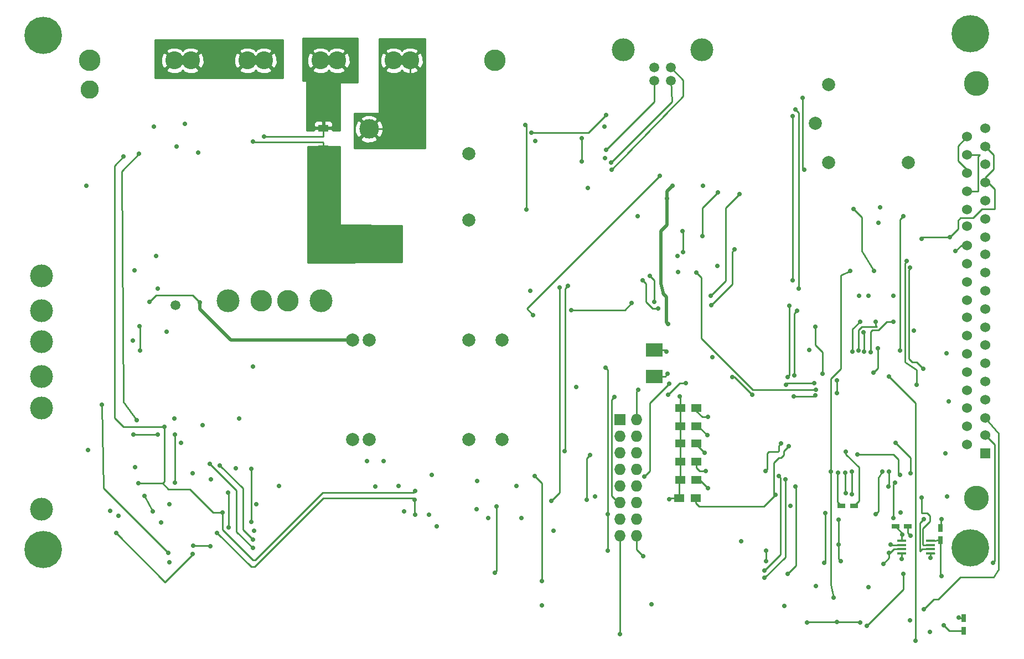
<source format=gbr>
G04 #@! TF.FileFunction,Copper,L4,Bot,Signal*
%FSLAX46Y46*%
G04 Gerber Fmt 4.6, Leading zero omitted, Abs format (unit mm)*
G04 Created by KiCad (PCBNEW 4.0.2-stable) date 3/30/2017 9:01:33 AM*
%MOMM*%
G01*
G04 APERTURE LIST*
%ADD10C,0.100000*%
%ADD11C,2.000000*%
%ADD12C,5.715000*%
%ADD13R,1.200000X0.750000*%
%ADD14C,3.810000*%
%ADD15R,1.524000X1.524000*%
%ADD16C,1.524000*%
%ADD17R,1.727200X1.727200*%
%ADD18O,1.727200X1.727200*%
%ADD19C,3.500000*%
%ADD20R,1.600000X1.000000*%
%ADD21C,2.750000*%
%ADD22C,3.300000*%
%ADD23C,2.790000*%
%ADD24C,1.501140*%
%ADD25C,3.500120*%
%ADD26C,3.000000*%
%ADD27C,1.500000*%
%ADD28R,0.750000X1.200000*%
%ADD29R,2.500000X2.000000*%
%ADD30R,1.500000X1.250000*%
%ADD31R,1.450000X0.450000*%
%ADD32C,0.700000*%
%ADD33C,0.250000*%
%ADD34C,0.500000*%
%ADD35C,0.254000*%
G04 APERTURE END LIST*
D10*
D11*
X144272000Y-120543000D03*
X139192000Y-120543000D03*
X144272000Y-105263000D03*
X139192000Y-105263000D03*
X123952000Y-105263000D03*
X121412000Y-105263000D03*
X123952000Y-120543000D03*
X121412000Y-120543000D03*
D12*
X74041000Y-137414000D03*
X74041000Y-58674000D03*
D13*
X196154000Y-130683000D03*
X198054000Y-130683000D03*
D14*
X216789000Y-66040000D03*
X216789000Y-129540000D03*
D15*
X218186000Y-122682000D03*
D16*
X218186000Y-119888000D03*
X218186000Y-117221000D03*
X218186000Y-114427000D03*
X218186000Y-111633000D03*
X218186000Y-108839000D03*
X218186000Y-106045000D03*
X218186000Y-103378000D03*
X218186000Y-100584000D03*
X218186000Y-97790000D03*
X218186000Y-94996000D03*
X218186000Y-92202000D03*
X218186000Y-89535000D03*
X218186000Y-86741000D03*
X218186000Y-83947000D03*
X218186000Y-81153000D03*
X218186000Y-78359000D03*
X218186000Y-75692000D03*
X218186000Y-72898000D03*
X215392000Y-121285000D03*
X215392000Y-118491000D03*
X215392000Y-115697000D03*
X215392000Y-113030000D03*
X215392000Y-110236000D03*
X215392000Y-107442000D03*
X215392000Y-104648000D03*
X215392000Y-101854000D03*
X215392000Y-99187000D03*
X215392000Y-96393000D03*
X215392000Y-93599000D03*
X215392000Y-90805000D03*
X215392000Y-87884000D03*
X215392000Y-85344000D03*
X215392000Y-82550000D03*
X215392000Y-79756000D03*
X215392000Y-76962000D03*
X215392000Y-74168000D03*
D17*
X162306000Y-117475000D03*
D18*
X164846000Y-117475000D03*
X162306000Y-120015000D03*
X164846000Y-120015000D03*
X162306000Y-122555000D03*
X164846000Y-122555000D03*
X162306000Y-125095000D03*
X164846000Y-125095000D03*
X162306000Y-127635000D03*
X164846000Y-127635000D03*
X162306000Y-130175000D03*
X164846000Y-130175000D03*
X162306000Y-132715000D03*
X164846000Y-132715000D03*
X162306000Y-135255000D03*
X164846000Y-135255000D03*
D19*
X73776000Y-131189000D03*
X73776000Y-115699000D03*
X73776000Y-110869000D03*
X73776000Y-105539000D03*
D20*
X116903500Y-72822000D03*
X116903500Y-76022000D03*
D21*
X94101000Y-62484000D03*
X96641000Y-62484000D03*
X130181000Y-62484000D03*
X127641000Y-62484000D03*
X105281000Y-62484000D03*
X107821000Y-62484000D03*
X119001000Y-62484000D03*
X116461000Y-62484000D03*
D22*
X81151000Y-62484000D03*
X143131000Y-62484000D03*
D23*
X81151000Y-66934000D03*
D12*
X215900000Y-137160000D03*
X215900000Y-58420000D03*
D24*
X170027600Y-63550800D03*
X167538400Y-63550800D03*
X167538400Y-65557400D03*
X170027600Y-65557400D03*
D25*
X174802800Y-60833000D03*
X162763200Y-60833000D03*
D19*
X73776000Y-100836000D03*
X73776000Y-95506000D03*
D26*
X123888500Y-72961500D03*
X126428500Y-90741500D03*
D11*
X139128500Y-86931500D03*
X139128500Y-76771500D03*
X194179000Y-78136000D03*
X192179000Y-72136000D03*
X194179000Y-66136000D03*
X206379000Y-78136000D03*
D27*
X94297500Y-99918000D03*
D19*
X116584000Y-99250500D03*
D22*
X111504000Y-99250500D03*
X107444000Y-99250500D03*
D19*
X102364000Y-99250500D03*
D28*
X214884000Y-147894000D03*
X214884000Y-149794000D03*
D29*
X167513000Y-106839000D03*
X167513000Y-110839000D03*
D30*
X173970000Y-123952000D03*
X171470000Y-123952000D03*
X173970000Y-121158000D03*
X171470000Y-121158000D03*
X173970000Y-118491000D03*
X171470000Y-118491000D03*
X173970000Y-115697000D03*
X171470000Y-115697000D03*
D28*
X211328000Y-135951000D03*
X211328000Y-134051000D03*
D30*
X173843000Y-129540000D03*
X171343000Y-129540000D03*
X173970000Y-126746000D03*
X171470000Y-126746000D03*
D13*
X204409000Y-133858000D03*
X206309000Y-133858000D03*
D31*
X205359000Y-136017000D03*
X205359000Y-136667000D03*
X205359000Y-137317000D03*
X205359000Y-137967000D03*
X209759000Y-136017000D03*
X209759000Y-136667000D03*
X209759000Y-137317000D03*
X209759000Y-137967000D03*
D32*
X197739000Y-128905000D03*
X197739000Y-125476000D03*
X196850000Y-122428000D03*
X201696320Y-106537760D03*
X201030840Y-110256320D03*
X158496000Y-129286000D03*
X152146000Y-134493000D03*
X142113000Y-132588000D03*
X212217000Y-107315000D03*
X180848000Y-136144000D03*
X155575000Y-112522000D03*
X175006000Y-81661000D03*
X148590000Y-97790000D03*
X211455000Y-132715000D03*
X209804000Y-138684000D03*
X171450000Y-113919000D03*
X169799000Y-129667000D03*
X192151000Y-103251000D03*
X193294000Y-110490000D03*
X176403000Y-107950000D03*
X169545000Y-110490000D03*
X206756000Y-135255000D03*
X157353000Y-82042000D03*
X192278000Y-143002000D03*
X198882000Y-98552000D03*
X204089000Y-98552000D03*
X213614000Y-91694000D03*
X202057000Y-84963000D03*
X171196000Y-94869000D03*
X164973000Y-86360000D03*
X140335000Y-131191000D03*
X206629000Y-148209000D03*
X212344000Y-129286000D03*
X212090000Y-122682000D03*
X212598000Y-114681000D03*
X160020000Y-77470000D03*
X149352000Y-74803000D03*
X159893000Y-72644000D03*
X205232000Y-131699000D03*
X188341000Y-130683000D03*
X211836000Y-148971000D03*
X167132000Y-145796000D03*
X150368000Y-145923000D03*
X187452000Y-146050000D03*
X196723000Y-125603000D03*
X196850000Y-128778000D03*
X94440500Y-75676000D03*
X91567000Y-97409000D03*
X103505000Y-124968000D03*
X106680000Y-130429000D03*
X106172000Y-109347000D03*
X85598000Y-132207000D03*
X95123000Y-121031000D03*
X110109000Y-127635000D03*
X126111000Y-123825000D03*
X123571000Y-123825000D03*
X128397000Y-127635000D03*
X92075000Y-133223000D03*
X134239000Y-133858000D03*
X133477000Y-125984000D03*
X88138000Y-124777500D03*
X104013000Y-117348000D03*
X124841000Y-127762000D03*
X87757000Y-105410000D03*
X129286000Y-131572000D03*
X133096000Y-132080000D03*
X99695000Y-126619000D03*
X106299000Y-134493000D03*
X93345000Y-139319000D03*
X93345000Y-130429000D03*
X96901000Y-125730000D03*
X98425000Y-118364000D03*
X94154000Y-117348000D03*
X92964000Y-104013000D03*
X91313000Y-92456000D03*
X88011000Y-94615000D03*
X97790000Y-76581000D03*
X80645000Y-81661000D03*
X80899000Y-122110500D03*
X84328000Y-131445000D03*
X90995500Y-72644000D03*
X95758000Y-72199500D03*
X90297000Y-99441000D03*
X97980500Y-99504500D03*
X170307000Y-81661000D03*
X169672000Y-102870000D03*
X184658000Y-137541000D03*
X184658000Y-139192000D03*
X148971000Y-101473000D03*
X168402000Y-80137000D03*
X160401000Y-137541000D03*
X169481500Y-83629500D03*
X160083500Y-109537500D03*
X160401000Y-131953000D03*
X156464000Y-77978000D03*
X156464000Y-74422000D03*
X147955000Y-85344000D03*
X147828000Y-72390000D03*
X197485000Y-94742000D03*
X197993000Y-85217000D03*
X201168000Y-94742000D03*
X194945000Y-144780000D03*
X194564000Y-125476000D03*
X160147000Y-76200000D03*
X190500000Y-79248000D03*
X190246000Y-68199000D03*
X174879000Y-89408000D03*
X177292000Y-82677000D03*
X117538500Y-77470000D03*
X115125500Y-76136500D03*
X115316000Y-77216000D03*
X116268500Y-77470000D03*
X118554500Y-77152500D03*
X118808500Y-76136500D03*
X106108500Y-74930000D03*
X161036000Y-79248000D03*
X160909000Y-78105000D03*
X219329000Y-139446000D03*
X200025000Y-149098000D03*
X205613000Y-141097000D03*
X198628000Y-122809000D03*
X205105000Y-125984000D03*
X208407000Y-129413000D03*
X186563000Y-126111000D03*
X184404000Y-140589000D03*
X143129000Y-140970000D03*
X143383000Y-130810000D03*
X208407000Y-89789000D03*
X179832000Y-91440000D03*
X176276000Y-99949000D03*
X168148000Y-100457000D03*
X165735000Y-96139000D03*
X154305000Y-97028000D03*
X153797000Y-122301000D03*
X212725000Y-89535000D03*
X208788000Y-146558000D03*
X199009000Y-148590000D03*
X195453000Y-148463000D03*
X190881000Y-148590000D03*
X208788000Y-132715000D03*
X204089000Y-132588000D03*
X204343000Y-127127000D03*
X149225000Y-126111000D03*
X150368000Y-142240000D03*
X187579000Y-126619000D03*
X184404000Y-141732000D03*
X157734000Y-122936000D03*
X157226000Y-129794000D03*
X99568000Y-124269500D03*
X106108500Y-137160000D03*
X101092000Y-124523500D03*
X106108500Y-135890000D03*
X105918000Y-133159500D03*
X105918000Y-125031500D03*
X118681500Y-72834500D03*
X118618000Y-71882000D03*
X117856000Y-71310500D03*
X116840000Y-71120000D03*
X115760500Y-71310500D03*
X115062000Y-71882000D03*
X115062000Y-72771000D03*
X107823000Y-74104500D03*
X96901000Y-138049000D03*
X85217000Y-134874000D03*
X88646000Y-127254000D03*
X130937000Y-128397000D03*
X86360000Y-77216000D03*
X92583000Y-118618000D03*
X101473000Y-131699000D03*
X130937000Y-132080000D03*
X100647500Y-134810500D03*
X130873500Y-129794000D03*
X88392000Y-117538500D03*
X88709500Y-76771500D03*
X87884000Y-119761000D03*
X91567000Y-119761000D03*
X94234000Y-127127000D03*
X94234000Y-119761000D03*
X162306000Y-150368000D03*
X209677000Y-149987000D03*
X161417000Y-114046000D03*
X169672000Y-113665000D03*
X172339000Y-111887000D03*
X187706000Y-112141000D03*
X192024000Y-111887000D03*
X165989000Y-126238000D03*
X169799000Y-112014000D03*
X179451000Y-110998000D03*
X182499000Y-113665000D03*
X188849000Y-113919000D03*
X192151000Y-113792000D03*
X195453000Y-113411000D03*
X195453000Y-111506000D03*
X204089000Y-102489000D03*
X200660000Y-107188000D03*
X201422000Y-102489000D03*
X198755000Y-106934000D03*
X199644000Y-107061000D03*
X199517000Y-104140000D03*
X197866000Y-107061000D03*
X199009000Y-102489000D03*
X171958000Y-91821000D03*
X171831000Y-88646000D03*
X192278000Y-112903000D03*
X173990000Y-94996000D03*
X164063500Y-99652000D03*
X154813000Y-100711000D03*
X96964500Y-136779000D03*
X99631500Y-136842500D03*
X102425500Y-133985000D03*
X102362000Y-128651000D03*
X206756000Y-125730000D03*
X204470000Y-121031000D03*
X88773000Y-103187500D03*
X88836500Y-106870500D03*
X90805000Y-131572000D03*
X89535000Y-129159000D03*
X208661000Y-109728000D03*
X206629000Y-94234000D03*
X188976000Y-110744000D03*
X189357000Y-100838000D03*
X189611000Y-97409000D03*
X189103000Y-69977000D03*
X148717000Y-73533000D03*
X160147000Y-70866000D03*
X188722000Y-70993000D03*
X188722000Y-96139000D03*
X188214000Y-100076000D03*
X187960000Y-110998000D03*
X202438000Y-125476000D03*
X201422000Y-131953000D03*
X193675000Y-131826000D03*
X193548000Y-139446000D03*
X203327000Y-127762000D03*
X203454000Y-125476000D03*
X187960000Y-141097000D03*
X189103000Y-127762000D03*
X207645000Y-112141000D03*
X206121000Y-93218000D03*
X205105000Y-106934000D03*
X205613000Y-86360000D03*
X207518000Y-151384000D03*
X203454000Y-110871000D03*
X83058000Y-115189000D03*
X93218000Y-137922000D03*
X175387000Y-125349000D03*
X175260000Y-122555000D03*
X175641000Y-119888000D03*
X175768000Y-117094000D03*
X188087000Y-121539000D03*
X186055000Y-129032000D03*
X175768000Y-128016000D03*
X186944000Y-121158000D03*
X184531000Y-125349000D03*
X167513000Y-99441000D03*
X166878000Y-95504000D03*
X153035000Y-97282000D03*
X151765000Y-129921000D03*
X176149000Y-98552000D03*
X180594000Y-82931000D03*
X165100000Y-112903000D03*
X196088000Y-139192000D03*
X203708000Y-136652000D03*
X195707000Y-136652000D03*
X195707000Y-132842000D03*
X202565000Y-139573000D03*
X203454000Y-137922000D03*
X165862000Y-138430000D03*
X195651120Y-125638560D03*
X171069000Y-92456000D03*
X169418000Y-107061000D03*
X147193000Y-132588000D03*
X191262000Y-106807000D03*
X207264000Y-103886000D03*
X211455000Y-141478000D03*
X205486000Y-135128000D03*
X140462000Y-126873000D03*
X200279000Y-143129000D03*
X146431000Y-127635000D03*
X200279000Y-98552000D03*
X177165000Y-93980000D03*
X201803000Y-87376000D03*
X214122000Y-147828000D03*
X205359000Y-138811000D03*
D33*
X197739000Y-125476000D02*
X197739000Y-128905000D01*
X196850000Y-122428000D02*
X196850000Y-122798840D01*
X198851520Y-129885480D02*
X198054000Y-130683000D01*
X198851520Y-124800360D02*
X198851520Y-129885480D01*
X196850000Y-122798840D02*
X198851520Y-124800360D01*
X201696320Y-109590840D02*
X201696320Y-106537760D01*
X201030840Y-110256320D02*
X201696320Y-109590840D01*
X211328000Y-134051000D02*
X211389000Y-132781000D01*
X211389000Y-132781000D02*
X211455000Y-132715000D01*
X209759000Y-137967000D02*
X209759000Y-138639000D01*
X209759000Y-138639000D02*
X209804000Y-138684000D01*
X171470000Y-115697000D02*
X171470000Y-113939000D01*
X171470000Y-113939000D02*
X171450000Y-113919000D01*
X171470000Y-115697000D02*
X171470000Y-118491000D01*
X171470000Y-118491000D02*
X171470000Y-121158000D01*
X171470000Y-121158000D02*
X171470000Y-123952000D01*
X171470000Y-123952000D02*
X171470000Y-126746000D01*
X171470000Y-126746000D02*
X171343000Y-126873000D01*
X171343000Y-126873000D02*
X171343000Y-129540000D01*
X171343000Y-129540000D02*
X169926000Y-129540000D01*
X169926000Y-129540000D02*
X169799000Y-129667000D01*
X193294000Y-110490000D02*
X193294000Y-107188000D01*
X193294000Y-107188000D02*
X192151000Y-106045000D01*
X192151000Y-106045000D02*
X192151000Y-103251000D01*
X167513000Y-110839000D02*
X169196000Y-110839000D01*
X169196000Y-110839000D02*
X169545000Y-110490000D01*
X206309000Y-133858000D02*
X206309000Y-134808000D01*
X206309000Y-134808000D02*
X206756000Y-135255000D01*
X215392000Y-90805000D02*
X214503000Y-90805000D01*
X214503000Y-90805000D02*
X213614000Y-91694000D01*
X210357000Y-137967000D02*
X209378000Y-137967000D01*
X214884000Y-149794000D02*
X212659000Y-149794000D01*
X212659000Y-149794000D02*
X211836000Y-148971000D01*
X209775000Y-137983000D02*
X209804000Y-138012000D01*
X206309000Y-133858000D02*
X206248000Y-133858000D01*
X209804000Y-137922000D02*
X209759000Y-137967000D01*
X196723000Y-128651000D02*
X196723000Y-125603000D01*
X196850000Y-128778000D02*
X196723000Y-128651000D01*
X94488000Y-75692000D02*
X94456500Y-75692000D01*
X94456500Y-75692000D02*
X94440500Y-75676000D01*
D34*
X106172000Y-109347000D02*
X106045000Y-109347000D01*
D33*
X88138000Y-124777500D02*
X88201500Y-124714000D01*
D34*
X94154000Y-117348000D02*
X94107000Y-117348000D01*
X97980500Y-99504500D02*
X97980500Y-100520500D01*
X102723000Y-105263000D02*
X121412000Y-105263000D01*
X97980500Y-100520500D02*
X102723000Y-105263000D01*
D33*
X91313000Y-98425000D02*
X90297000Y-99441000D01*
X96901000Y-98425000D02*
X91313000Y-98425000D01*
X97980500Y-99504500D02*
X96901000Y-98425000D01*
D34*
X169481500Y-82486500D02*
X170307000Y-81661000D01*
X169481500Y-82486500D02*
X169481500Y-83629500D01*
X168910000Y-98044000D02*
X168910000Y-98171000D01*
X168910000Y-98044000D02*
X168529000Y-96647000D01*
X168529000Y-96647000D02*
X168529000Y-88646000D01*
X168529000Y-88646000D02*
X169481500Y-87693500D01*
X169481500Y-83629500D02*
X169481500Y-87693500D01*
X169418000Y-102616000D02*
X169672000Y-102870000D01*
X169418000Y-98679000D02*
X169418000Y-102616000D01*
X168910000Y-98171000D02*
X169418000Y-98679000D01*
D33*
X184658000Y-139192000D02*
X184658000Y-137541000D01*
X148082000Y-100457000D02*
X148971000Y-101473000D01*
X168402000Y-80137000D02*
X148082000Y-100457000D01*
X160401000Y-137541000D02*
X160401000Y-131953000D01*
X160401000Y-131953000D02*
X160401000Y-109855000D01*
X160401000Y-109855000D02*
X160083500Y-109537500D01*
X156464000Y-74422000D02*
X156464000Y-77978000D01*
X147955000Y-72517000D02*
X147955000Y-85344000D01*
X147828000Y-72390000D02*
X147955000Y-72517000D01*
X194564000Y-125476000D02*
X194564000Y-111252000D01*
X196088000Y-95377000D02*
X197485000Y-94742000D01*
X196088000Y-109728000D02*
X196088000Y-95377000D01*
X194564000Y-111252000D02*
X196088000Y-109728000D01*
X197993000Y-85217000D02*
X199263000Y-86487000D01*
X199263000Y-86487000D02*
X199263000Y-91694000D01*
X199263000Y-91694000D02*
X201168000Y-94742000D01*
X194564000Y-142748000D02*
X194564000Y-125476000D01*
X194945000Y-144780000D02*
X194564000Y-142748000D01*
X167538400Y-65557400D02*
X167538400Y-68808600D01*
X167538400Y-68808600D02*
X160147000Y-76200000D01*
X190500000Y-79248000D02*
X190246000Y-79121000D01*
X190246000Y-79121000D02*
X190246000Y-68199000D01*
X174879000Y-85090000D02*
X174879000Y-89408000D01*
X177292000Y-82677000D02*
X174879000Y-85090000D01*
X116268500Y-77470000D02*
X117475000Y-77406500D01*
X117475000Y-77406500D02*
X117538500Y-77470000D01*
X116903500Y-76022000D02*
X118694000Y-76022000D01*
X115240000Y-76022000D02*
X116903500Y-76022000D01*
X115125500Y-76136500D02*
X115240000Y-76022000D01*
X116268500Y-77470000D02*
X115316000Y-77216000D01*
X118491000Y-77470000D02*
X117792500Y-77724000D01*
X118554500Y-77152500D02*
X118491000Y-77470000D01*
X118694000Y-76022000D02*
X118808500Y-76136500D01*
X116903500Y-75057000D02*
X116903500Y-76022000D01*
X116840000Y-74993500D02*
X116903500Y-75057000D01*
X106172000Y-74993500D02*
X116840000Y-74993500D01*
X106108500Y-74930000D02*
X106172000Y-74993500D01*
X171958000Y-65481200D02*
X170027600Y-63550800D01*
X171958000Y-67945000D02*
X171958000Y-65481200D01*
X161036000Y-79248000D02*
X171958000Y-67945000D01*
X170218100Y-68795900D02*
X170027600Y-65557400D01*
X160909000Y-78105000D02*
X170218100Y-68795900D01*
X200025000Y-149098000D02*
X205613000Y-143510000D01*
X205613000Y-143510000D02*
X205613000Y-141097000D01*
X219583000Y-121285000D02*
X218186000Y-119888000D01*
X219583000Y-139192000D02*
X219583000Y-121285000D01*
X219329000Y-139446000D02*
X219583000Y-139192000D01*
X209759000Y-136667000D02*
X208676000Y-136667000D01*
X204089000Y-122809000D02*
X198628000Y-122809000D01*
X204851000Y-123571000D02*
X204089000Y-122809000D01*
X204851000Y-125730000D02*
X204851000Y-123571000D01*
X205105000Y-125984000D02*
X204851000Y-125730000D01*
X208407000Y-131826000D02*
X208407000Y-129413000D01*
X209296000Y-131826000D02*
X208407000Y-131826000D01*
X209677000Y-132207000D02*
X209296000Y-131826000D01*
X209677000Y-133096000D02*
X209677000Y-132207000D01*
X208593002Y-134179998D02*
X209677000Y-133096000D01*
X208593002Y-136584002D02*
X208593002Y-134179998D01*
X208676000Y-136667000D02*
X208593002Y-136584002D01*
X186563000Y-126111000D02*
X186817000Y-126365000D01*
X186817000Y-126365000D02*
X186817000Y-138176000D01*
X186817000Y-138176000D02*
X184404000Y-140589000D01*
X143129000Y-140970000D02*
X143383000Y-140716000D01*
X143383000Y-140716000D02*
X143383000Y-130810000D01*
X209804000Y-136652000D02*
X209759000Y-136667000D01*
X208661000Y-89535000D02*
X212725000Y-89535000D01*
X208407000Y-89789000D02*
X208661000Y-89535000D01*
X179451000Y-91821000D02*
X179832000Y-91440000D01*
X179451000Y-96774000D02*
X179451000Y-91821000D01*
X176276000Y-99949000D02*
X179451000Y-96774000D01*
X167259000Y-100457000D02*
X168148000Y-100457000D01*
X166243000Y-99441000D02*
X167259000Y-100457000D01*
X166243000Y-96647000D02*
X166243000Y-99441000D01*
X165735000Y-96139000D02*
X166243000Y-96647000D01*
X153924000Y-97409000D02*
X154305000Y-97028000D01*
X153924000Y-122174000D02*
X153924000Y-97409000D01*
X153797000Y-122301000D02*
X153924000Y-122174000D01*
X218186000Y-81153000D02*
X218186000Y-80391000D01*
X218186000Y-80391000D02*
X219456000Y-79121000D01*
X219456000Y-76962000D02*
X218186000Y-75692000D01*
X219456000Y-79121000D02*
X219456000Y-76962000D01*
X219583000Y-82169000D02*
X218567000Y-81153000D01*
X212725000Y-89535000D02*
X213995000Y-88265000D01*
X213995000Y-88265000D02*
X213995000Y-86995000D01*
X213995000Y-86995000D02*
X214376000Y-86614000D01*
X214376000Y-86614000D02*
X216281000Y-86614000D01*
X216281000Y-86614000D02*
X217678000Y-85217000D01*
X217678000Y-85217000D02*
X219583000Y-85217000D01*
X219583000Y-85217000D02*
X219583000Y-82169000D01*
X218567000Y-81153000D02*
X218186000Y-81153000D01*
X195453000Y-148463000D02*
X198882000Y-148463000D01*
X220218000Y-119634000D02*
X220218000Y-140462000D01*
X220218000Y-140462000D02*
X219456000Y-141605000D01*
X219456000Y-141605000D02*
X214376000Y-141605000D01*
X214376000Y-141605000D02*
X210947000Y-145034000D01*
X220218000Y-119634000D02*
X218186000Y-117221000D01*
X210312000Y-145034000D02*
X210947000Y-145034000D01*
X208788000Y-146558000D02*
X210312000Y-145034000D01*
X198882000Y-148463000D02*
X199009000Y-148590000D01*
X191008000Y-148463000D02*
X195453000Y-148463000D01*
X190881000Y-148590000D02*
X191008000Y-148463000D01*
X208504000Y-137317000D02*
X209759000Y-137317000D01*
X208153000Y-137668000D02*
X208504000Y-137317000D01*
X208153000Y-133350000D02*
X208153000Y-137668000D01*
X208788000Y-132715000D02*
X208153000Y-133350000D01*
X204089000Y-127381000D02*
X204089000Y-132588000D01*
X204343000Y-127127000D02*
X204089000Y-127381000D01*
X149225000Y-126111000D02*
X150368000Y-127254000D01*
X150368000Y-127254000D02*
X150368000Y-142240000D01*
X187579000Y-138557000D02*
X187579000Y-126619000D01*
X184404000Y-141732000D02*
X187579000Y-138557000D01*
X209804000Y-137287000D02*
X209759000Y-137317000D01*
X157226000Y-129794000D02*
X157226000Y-123444000D01*
X157226000Y-123444000D02*
X157734000Y-122936000D01*
X215392000Y-79756000D02*
X215392000Y-79248000D01*
X215392000Y-79248000D02*
X213995000Y-77851000D01*
X213995000Y-77851000D02*
X213995000Y-75565000D01*
X213995000Y-75565000D02*
X215392000Y-74168000D01*
X103632000Y-128333500D02*
X99568000Y-124269500D01*
X103632000Y-134683500D02*
X103632000Y-128333500D01*
X106108500Y-137160000D02*
X103632000Y-134683500D01*
X104584500Y-128016000D02*
X101092000Y-124523500D01*
X104584500Y-134366000D02*
X104584500Y-128016000D01*
X106108500Y-135890000D02*
X104584500Y-134366000D01*
X105918000Y-125031500D02*
X105918000Y-133159500D01*
X130181000Y-62484000D02*
X127641000Y-62484000D01*
X123888500Y-72961500D02*
X128143000Y-72961500D01*
X130181000Y-70923500D02*
X130181000Y-62484000D01*
X128143000Y-72961500D02*
X130181000Y-70923500D01*
X116903500Y-72822000D02*
X115113000Y-72822000D01*
X118427500Y-72072500D02*
X118681500Y-72834500D01*
X118618000Y-71882000D02*
X118427500Y-72072500D01*
X116903500Y-71056500D02*
X117856000Y-71310500D01*
X116840000Y-71120000D02*
X116903500Y-71056500D01*
X115506500Y-71183500D02*
X115760500Y-71310500D01*
X115062000Y-71882000D02*
X115506500Y-71183500D01*
X115113000Y-72822000D02*
X115062000Y-72771000D01*
X116903500Y-72822000D02*
X116903500Y-74104500D01*
X116903500Y-74104500D02*
X107823000Y-74104500D01*
X96901000Y-138049000D02*
X96901000Y-138176000D01*
X96901000Y-138176000D02*
X92710000Y-142367000D01*
X92710000Y-142367000D02*
X85217000Y-134874000D01*
X85217000Y-134874000D02*
X92710000Y-142367000D01*
X101473000Y-131699000D02*
X100076000Y-131699000D01*
X93218000Y-128143000D02*
X92329000Y-127254000D01*
X96520000Y-128143000D02*
X93218000Y-128143000D01*
X100076000Y-131699000D02*
X96520000Y-128143000D01*
X92583000Y-118618000D02*
X92583000Y-127000000D01*
X92583000Y-127000000D02*
X92329000Y-127254000D01*
X92329000Y-127254000D02*
X88646000Y-127254000D01*
X92583000Y-118618000D02*
X86360000Y-118618000D01*
X84963000Y-78613000D02*
X86360000Y-77216000D01*
X84963000Y-117221000D02*
X84963000Y-78613000D01*
X86360000Y-118618000D02*
X84963000Y-117221000D01*
X101473000Y-134302500D02*
X101473000Y-131699000D01*
X106172000Y-139001500D02*
X101473000Y-134302500D01*
X106489500Y-139001500D02*
X106172000Y-139001500D01*
X116840000Y-128651000D02*
X106489500Y-139001500D01*
X130683000Y-128651000D02*
X116840000Y-128651000D01*
X130937000Y-128397000D02*
X130683000Y-128651000D01*
X130873500Y-132016500D02*
X130873500Y-129794000D01*
X130937000Y-132080000D02*
X130873500Y-132016500D01*
X105854500Y-140017500D02*
X100647500Y-134810500D01*
X106362500Y-140017500D02*
X105854500Y-140017500D01*
X116903500Y-129476500D02*
X106362500Y-140017500D01*
X130556000Y-129476500D02*
X116903500Y-129476500D01*
X130873500Y-129794000D02*
X130556000Y-129476500D01*
X86360000Y-114808000D02*
X88392000Y-117538500D01*
X86042500Y-79438500D02*
X86360000Y-114808000D01*
X88709500Y-76771500D02*
X86042500Y-79438500D01*
X91567000Y-119761000D02*
X87884000Y-119761000D01*
X94234000Y-127127000D02*
X94234000Y-119761000D01*
X162306000Y-135255000D02*
X162306000Y-150368000D01*
X162306000Y-130175000D02*
X162052000Y-130175000D01*
X162052000Y-130175000D02*
X161036000Y-129159000D01*
X161036000Y-129159000D02*
X161036000Y-114427000D01*
X161036000Y-114427000D02*
X161417000Y-114046000D01*
X169672000Y-113665000D02*
X171450000Y-111887000D01*
X171450000Y-111887000D02*
X172339000Y-111887000D01*
X187706000Y-112141000D02*
X187960000Y-111887000D01*
X187960000Y-111887000D02*
X192024000Y-111887000D01*
X166878000Y-125349000D02*
X165989000Y-126238000D01*
X166878000Y-114935000D02*
X166878000Y-125349000D01*
X169799000Y-112014000D02*
X166878000Y-114935000D01*
X179832000Y-110998000D02*
X179451000Y-110998000D01*
X182499000Y-113665000D02*
X179832000Y-110998000D01*
X192024000Y-113919000D02*
X188849000Y-113919000D01*
X192151000Y-113792000D02*
X192024000Y-113919000D01*
X195453000Y-111506000D02*
X195453000Y-113411000D01*
X203073000Y-102489000D02*
X204089000Y-102489000D01*
X201803000Y-103759000D02*
X203073000Y-102489000D01*
X200914000Y-103759000D02*
X201803000Y-103759000D01*
X200660000Y-104013000D02*
X200914000Y-103759000D01*
X200660000Y-107188000D02*
X200660000Y-104013000D01*
X201422000Y-103124000D02*
X201422000Y-102489000D01*
X201549000Y-103251000D02*
X201422000Y-103124000D01*
X199263000Y-103251000D02*
X201549000Y-103251000D01*
X198755000Y-103759000D02*
X199263000Y-103251000D01*
X198755000Y-106934000D02*
X198755000Y-103759000D01*
X199644000Y-104267000D02*
X199644000Y-107061000D01*
X199517000Y-104140000D02*
X199644000Y-104267000D01*
X197866000Y-103632000D02*
X197866000Y-107061000D01*
X199009000Y-102489000D02*
X197866000Y-103632000D01*
X171958000Y-88773000D02*
X171958000Y-91821000D01*
X171831000Y-88646000D02*
X171958000Y-88773000D01*
X182626000Y-112903000D02*
X192278000Y-112903000D01*
X174752000Y-105029000D02*
X182626000Y-112903000D01*
X174752000Y-95758000D02*
X174752000Y-105029000D01*
X173990000Y-94996000D02*
X174752000Y-95758000D01*
X163004500Y-100711000D02*
X154813000Y-100711000D01*
X164063500Y-99652000D02*
X163004500Y-100711000D01*
X99568000Y-136779000D02*
X96964500Y-136779000D01*
X99631500Y-136842500D02*
X99568000Y-136779000D01*
X102425500Y-128714500D02*
X102425500Y-133985000D01*
X102362000Y-128651000D02*
X102425500Y-128714500D01*
X206756000Y-123317000D02*
X206756000Y-125730000D01*
X204470000Y-121031000D02*
X206756000Y-123317000D01*
X88773000Y-103187500D02*
X88836500Y-103251000D01*
X88836500Y-103251000D02*
X88836500Y-106870500D01*
X89535000Y-129159000D02*
X90805000Y-131572000D01*
X206502000Y-94615000D02*
X206502000Y-108204000D01*
X207645000Y-108712000D02*
X208661000Y-109728000D01*
X207010000Y-108712000D02*
X207645000Y-108712000D01*
X206502000Y-108204000D02*
X207010000Y-108712000D01*
X206629000Y-94234000D02*
X206502000Y-94615000D01*
X188976000Y-101219000D02*
X188976000Y-110744000D01*
X189357000Y-100838000D02*
X188976000Y-101219000D01*
X189611000Y-70485000D02*
X189611000Y-97409000D01*
X189103000Y-69977000D02*
X189611000Y-70485000D01*
X157480000Y-73533000D02*
X148717000Y-73533000D01*
X160147000Y-70866000D02*
X157480000Y-73533000D01*
X188722000Y-96139000D02*
X188722000Y-70993000D01*
X188214000Y-110744000D02*
X188214000Y-100076000D01*
X187960000Y-110998000D02*
X188214000Y-110744000D01*
X201803000Y-126365000D02*
X202438000Y-125476000D01*
X201803000Y-131572000D02*
X201803000Y-126365000D01*
X201422000Y-131953000D02*
X201803000Y-131572000D01*
X193675000Y-139319000D02*
X193675000Y-131826000D01*
X193548000Y-139446000D02*
X193675000Y-139319000D01*
X203454000Y-127635000D02*
X203327000Y-127762000D01*
X203454000Y-125476000D02*
X203454000Y-127635000D01*
X189230000Y-139827000D02*
X187960000Y-141097000D01*
X189230000Y-127889000D02*
X189230000Y-139827000D01*
X189103000Y-127762000D02*
X189230000Y-127889000D01*
X207645000Y-109855000D02*
X207645000Y-112141000D01*
X205867000Y-108712000D02*
X207645000Y-109855000D01*
X205867000Y-93599000D02*
X205867000Y-108712000D01*
X206121000Y-93218000D02*
X205867000Y-93599000D01*
X205105000Y-86868000D02*
X205105000Y-106934000D01*
X205613000Y-86360000D02*
X205105000Y-86868000D01*
X207518000Y-151003000D02*
X207518000Y-114935000D01*
X207518000Y-151384000D02*
X207518000Y-151003000D01*
X203454000Y-110871000D02*
X207518000Y-114935000D01*
X83058000Y-115189000D02*
X82994500Y-115252500D01*
X82994500Y-115252500D02*
X83312000Y-127952500D01*
X83312000Y-127952500D02*
X92710000Y-137350500D01*
X92710000Y-137350500D02*
X93218000Y-137922000D01*
X173970000Y-123952000D02*
X173970000Y-124821000D01*
X174498000Y-125349000D02*
X175387000Y-125349000D01*
X173970000Y-124821000D02*
X174498000Y-125349000D01*
X173970000Y-121158000D02*
X173970000Y-121265000D01*
X173970000Y-121265000D02*
X175260000Y-122555000D01*
X173970000Y-118491000D02*
X174244000Y-118491000D01*
X174244000Y-118491000D02*
X175641000Y-119888000D01*
X173970000Y-115697000D02*
X173970000Y-116185000D01*
X173970000Y-116185000D02*
X174879000Y-117094000D01*
X174879000Y-117094000D02*
X175768000Y-117094000D01*
X173843000Y-129540000D02*
X173843000Y-130282000D01*
X184277000Y-130810000D02*
X186055000Y-129032000D01*
X174371000Y-130810000D02*
X184277000Y-130810000D01*
X173843000Y-130282000D02*
X174371000Y-130810000D01*
X187325000Y-122301000D02*
X188087000Y-121539000D01*
X187325000Y-122936000D02*
X187325000Y-122301000D01*
X186944000Y-123317000D02*
X187325000Y-122936000D01*
X186563000Y-123317000D02*
X186944000Y-123317000D01*
X185801000Y-124079000D02*
X186563000Y-123317000D01*
X185801000Y-128778000D02*
X185801000Y-124079000D01*
X186055000Y-129032000D02*
X185801000Y-128778000D01*
X173970000Y-126746000D02*
X174498000Y-126746000D01*
X174498000Y-126746000D02*
X175768000Y-128016000D01*
X174097000Y-126746000D02*
X174498000Y-126746000D01*
X174498000Y-126746000D02*
X175768000Y-128016000D01*
X186563000Y-121539000D02*
X186944000Y-121158000D01*
X186563000Y-122301000D02*
X186563000Y-121539000D01*
X186436000Y-122428000D02*
X186563000Y-122301000D01*
X185039000Y-122428000D02*
X186436000Y-122428000D01*
X184785000Y-122682000D02*
X185039000Y-122428000D01*
X184785000Y-125095000D02*
X184785000Y-122682000D01*
X184531000Y-125349000D02*
X184785000Y-125095000D01*
D34*
X218186000Y-122682000D02*
X218186000Y-123190000D01*
D33*
X167513000Y-96139000D02*
X167513000Y-99441000D01*
X166878000Y-95504000D02*
X167513000Y-96139000D01*
X153035000Y-128651000D02*
X153035000Y-97282000D01*
X151765000Y-129921000D02*
X153035000Y-128651000D01*
X178435000Y-96266000D02*
X176149000Y-98552000D01*
X178435000Y-85090000D02*
X178435000Y-96266000D01*
X180594000Y-82931000D02*
X178435000Y-85090000D01*
X215392000Y-82550000D02*
X217043000Y-82550000D01*
X217043000Y-82550000D02*
X217043000Y-77216000D01*
X217043000Y-77216000D02*
X217297000Y-76962000D01*
X217297000Y-76962000D02*
X215392000Y-76962000D01*
X164846000Y-117475000D02*
X164846000Y-113157000D01*
X164846000Y-113157000D02*
X165100000Y-112903000D01*
X195707000Y-138811000D02*
X195707000Y-136652000D01*
X196088000Y-139192000D02*
X195707000Y-138811000D01*
X203723000Y-136667000D02*
X205359000Y-136667000D01*
X203708000Y-136652000D02*
X203723000Y-136667000D01*
X195707000Y-132842000D02*
X195707000Y-136652000D01*
X203454000Y-137922000D02*
X203454000Y-138684000D01*
X203454000Y-138684000D02*
X202565000Y-139573000D01*
X205359000Y-137317000D02*
X204186000Y-137317000D01*
X204186000Y-137317000D02*
X203581000Y-137922000D01*
X203581000Y-137922000D02*
X203454000Y-137922000D01*
X165862000Y-138430000D02*
X164846000Y-137414000D01*
X164846000Y-137414000D02*
X164846000Y-135255000D01*
X204978000Y-137287000D02*
X204978000Y-137317000D01*
X164846000Y-135255000D02*
X165354000Y-134747000D01*
X195544440Y-130073440D02*
X196154000Y-130683000D01*
X195544440Y-125745240D02*
X195544440Y-130073440D01*
X195651120Y-125638560D02*
X195544440Y-125745240D01*
X169196000Y-106839000D02*
X167513000Y-106839000D01*
X169418000Y-107061000D02*
X169196000Y-106839000D01*
X211328000Y-135951000D02*
X211328000Y-141351000D01*
X211328000Y-141351000D02*
X211455000Y-141478000D01*
X209759000Y-136017000D02*
X209992000Y-136017000D01*
X209992000Y-136017000D02*
X211328000Y-135951000D01*
X205486000Y-135128000D02*
X205486000Y-134935000D01*
X205359000Y-135255000D02*
X205486000Y-135128000D01*
X205359000Y-136017000D02*
X205359000Y-135255000D01*
X205486000Y-134935000D02*
X204409000Y-133858000D01*
X214188000Y-147894000D02*
X214884000Y-147894000D01*
X214122000Y-147828000D02*
X214188000Y-147894000D01*
X205359000Y-137967000D02*
X205359000Y-138811000D01*
X205359000Y-137922000D02*
X205359000Y-137967000D01*
D35*
G36*
X110744000Y-65151000D02*
X91186000Y-65151000D01*
X91186000Y-62129993D01*
X92082429Y-62129993D01*
X92100611Y-62929414D01*
X92371556Y-63583533D01*
X92677341Y-63728054D01*
X93921395Y-62484000D01*
X92677341Y-61239946D01*
X92371556Y-61384467D01*
X92082429Y-62129993D01*
X91186000Y-62129993D01*
X91186000Y-61060341D01*
X92856946Y-61060341D01*
X94101000Y-62304395D01*
X94115143Y-62290253D01*
X94294748Y-62469858D01*
X94280605Y-62484000D01*
X94294748Y-62498143D01*
X94115143Y-62677748D01*
X94101000Y-62663605D01*
X92856946Y-63907659D01*
X93001467Y-64213444D01*
X93746993Y-64502571D01*
X94546414Y-64484389D01*
X95200533Y-64213444D01*
X95298547Y-64006061D01*
X95371000Y-63933608D01*
X95443453Y-64006061D01*
X95541467Y-64213444D01*
X96286993Y-64502571D01*
X97086414Y-64484389D01*
X97740533Y-64213444D01*
X97885054Y-63907659D01*
X96641000Y-62663605D01*
X96626858Y-62677748D01*
X96447253Y-62498143D01*
X96461395Y-62484000D01*
X96820605Y-62484000D01*
X98064659Y-63728054D01*
X98370444Y-63583533D01*
X98659571Y-62838007D01*
X98643468Y-62129993D01*
X103262429Y-62129993D01*
X103280611Y-62929414D01*
X103551556Y-63583533D01*
X103857341Y-63728054D01*
X105101395Y-62484000D01*
X103857341Y-61239946D01*
X103551556Y-61384467D01*
X103262429Y-62129993D01*
X98643468Y-62129993D01*
X98641389Y-62038586D01*
X98370444Y-61384467D01*
X98064659Y-61239946D01*
X96820605Y-62484000D01*
X96461395Y-62484000D01*
X96447253Y-62469858D01*
X96626858Y-62290253D01*
X96641000Y-62304395D01*
X97885054Y-61060341D01*
X104036946Y-61060341D01*
X105281000Y-62304395D01*
X105295143Y-62290253D01*
X105474748Y-62469858D01*
X105460605Y-62484000D01*
X105474748Y-62498143D01*
X105295143Y-62677748D01*
X105281000Y-62663605D01*
X104036946Y-63907659D01*
X104181467Y-64213444D01*
X104926993Y-64502571D01*
X105726414Y-64484389D01*
X106380533Y-64213444D01*
X106478547Y-64006061D01*
X106551000Y-63933608D01*
X106623453Y-64006061D01*
X106721467Y-64213444D01*
X107466993Y-64502571D01*
X108266414Y-64484389D01*
X108920533Y-64213444D01*
X109065054Y-63907659D01*
X107821000Y-62663605D01*
X107806858Y-62677748D01*
X107627253Y-62498143D01*
X107641395Y-62484000D01*
X108000605Y-62484000D01*
X109244659Y-63728054D01*
X109550444Y-63583533D01*
X109839571Y-62838007D01*
X109821389Y-62038586D01*
X109550444Y-61384467D01*
X109244659Y-61239946D01*
X108000605Y-62484000D01*
X107641395Y-62484000D01*
X107627253Y-62469858D01*
X107806858Y-62290253D01*
X107821000Y-62304395D01*
X109065054Y-61060341D01*
X108920533Y-60754556D01*
X108175007Y-60465429D01*
X107375586Y-60483611D01*
X106721467Y-60754556D01*
X106623453Y-60961939D01*
X106551000Y-61034392D01*
X106478547Y-60961939D01*
X106380533Y-60754556D01*
X105635007Y-60465429D01*
X104835586Y-60483611D01*
X104181467Y-60754556D01*
X104036946Y-61060341D01*
X97885054Y-61060341D01*
X97740533Y-60754556D01*
X96995007Y-60465429D01*
X96195586Y-60483611D01*
X95541467Y-60754556D01*
X95443453Y-60961939D01*
X95371000Y-61034392D01*
X95298547Y-60961939D01*
X95200533Y-60754556D01*
X94455007Y-60465429D01*
X93655586Y-60483611D01*
X93001467Y-60754556D01*
X92856946Y-61060341D01*
X91186000Y-61060341D01*
X91186000Y-59309000D01*
X110744000Y-59309000D01*
X110744000Y-65151000D01*
X110744000Y-65151000D01*
G37*
X110744000Y-65151000D02*
X91186000Y-65151000D01*
X91186000Y-62129993D01*
X92082429Y-62129993D01*
X92100611Y-62929414D01*
X92371556Y-63583533D01*
X92677341Y-63728054D01*
X93921395Y-62484000D01*
X92677341Y-61239946D01*
X92371556Y-61384467D01*
X92082429Y-62129993D01*
X91186000Y-62129993D01*
X91186000Y-61060341D01*
X92856946Y-61060341D01*
X94101000Y-62304395D01*
X94115143Y-62290253D01*
X94294748Y-62469858D01*
X94280605Y-62484000D01*
X94294748Y-62498143D01*
X94115143Y-62677748D01*
X94101000Y-62663605D01*
X92856946Y-63907659D01*
X93001467Y-64213444D01*
X93746993Y-64502571D01*
X94546414Y-64484389D01*
X95200533Y-64213444D01*
X95298547Y-64006061D01*
X95371000Y-63933608D01*
X95443453Y-64006061D01*
X95541467Y-64213444D01*
X96286993Y-64502571D01*
X97086414Y-64484389D01*
X97740533Y-64213444D01*
X97885054Y-63907659D01*
X96641000Y-62663605D01*
X96626858Y-62677748D01*
X96447253Y-62498143D01*
X96461395Y-62484000D01*
X96820605Y-62484000D01*
X98064659Y-63728054D01*
X98370444Y-63583533D01*
X98659571Y-62838007D01*
X98643468Y-62129993D01*
X103262429Y-62129993D01*
X103280611Y-62929414D01*
X103551556Y-63583533D01*
X103857341Y-63728054D01*
X105101395Y-62484000D01*
X103857341Y-61239946D01*
X103551556Y-61384467D01*
X103262429Y-62129993D01*
X98643468Y-62129993D01*
X98641389Y-62038586D01*
X98370444Y-61384467D01*
X98064659Y-61239946D01*
X96820605Y-62484000D01*
X96461395Y-62484000D01*
X96447253Y-62469858D01*
X96626858Y-62290253D01*
X96641000Y-62304395D01*
X97885054Y-61060341D01*
X104036946Y-61060341D01*
X105281000Y-62304395D01*
X105295143Y-62290253D01*
X105474748Y-62469858D01*
X105460605Y-62484000D01*
X105474748Y-62498143D01*
X105295143Y-62677748D01*
X105281000Y-62663605D01*
X104036946Y-63907659D01*
X104181467Y-64213444D01*
X104926993Y-64502571D01*
X105726414Y-64484389D01*
X106380533Y-64213444D01*
X106478547Y-64006061D01*
X106551000Y-63933608D01*
X106623453Y-64006061D01*
X106721467Y-64213444D01*
X107466993Y-64502571D01*
X108266414Y-64484389D01*
X108920533Y-64213444D01*
X109065054Y-63907659D01*
X107821000Y-62663605D01*
X107806858Y-62677748D01*
X107627253Y-62498143D01*
X107641395Y-62484000D01*
X108000605Y-62484000D01*
X109244659Y-63728054D01*
X109550444Y-63583533D01*
X109839571Y-62838007D01*
X109821389Y-62038586D01*
X109550444Y-61384467D01*
X109244659Y-61239946D01*
X108000605Y-62484000D01*
X107641395Y-62484000D01*
X107627253Y-62469858D01*
X107806858Y-62290253D01*
X107821000Y-62304395D01*
X109065054Y-61060341D01*
X108920533Y-60754556D01*
X108175007Y-60465429D01*
X107375586Y-60483611D01*
X106721467Y-60754556D01*
X106623453Y-60961939D01*
X106551000Y-61034392D01*
X106478547Y-60961939D01*
X106380533Y-60754556D01*
X105635007Y-60465429D01*
X104835586Y-60483611D01*
X104181467Y-60754556D01*
X104036946Y-61060341D01*
X97885054Y-61060341D01*
X97740533Y-60754556D01*
X96995007Y-60465429D01*
X96195586Y-60483611D01*
X95541467Y-60754556D01*
X95443453Y-60961939D01*
X95371000Y-61034392D01*
X95298547Y-60961939D01*
X95200533Y-60754556D01*
X94455007Y-60465429D01*
X93655586Y-60483611D01*
X93001467Y-60754556D01*
X92856946Y-61060341D01*
X91186000Y-61060341D01*
X91186000Y-59309000D01*
X110744000Y-59309000D01*
X110744000Y-65151000D01*
G36*
X132461000Y-75946000D02*
X121666000Y-75946000D01*
X121666000Y-74475470D01*
X122554135Y-74475470D01*
X122713918Y-74794239D01*
X123504687Y-75104223D01*
X124353887Y-75087997D01*
X125063082Y-74794239D01*
X125222865Y-74475470D01*
X123888500Y-73141105D01*
X122554135Y-74475470D01*
X121666000Y-74475470D01*
X121666000Y-72577687D01*
X121745777Y-72577687D01*
X121762003Y-73426887D01*
X122055761Y-74136082D01*
X122374530Y-74295865D01*
X123708895Y-72961500D01*
X124068105Y-72961500D01*
X125402470Y-74295865D01*
X125721239Y-74136082D01*
X126031223Y-73345313D01*
X126014997Y-72496113D01*
X125721239Y-71786918D01*
X125402470Y-71627135D01*
X124068105Y-72961500D01*
X123708895Y-72961500D01*
X122374530Y-71627135D01*
X122055761Y-71786918D01*
X121745777Y-72577687D01*
X121666000Y-72577687D01*
X121666000Y-71447530D01*
X122554135Y-71447530D01*
X123888500Y-72781895D01*
X125222865Y-71447530D01*
X125063082Y-71128761D01*
X124272313Y-70818777D01*
X123423113Y-70835003D01*
X122713918Y-71128761D01*
X122554135Y-71447530D01*
X121666000Y-71447530D01*
X121666000Y-70548500D01*
X125285500Y-70548500D01*
X125334910Y-70538494D01*
X125376535Y-70510053D01*
X125403815Y-70467659D01*
X125412500Y-70421500D01*
X125412500Y-62129993D01*
X125622429Y-62129993D01*
X125640611Y-62929414D01*
X125911556Y-63583533D01*
X126217341Y-63728054D01*
X127461395Y-62484000D01*
X126217341Y-61239946D01*
X125911556Y-61384467D01*
X125622429Y-62129993D01*
X125412500Y-62129993D01*
X125412500Y-61060341D01*
X126396946Y-61060341D01*
X127641000Y-62304395D01*
X127655143Y-62290253D01*
X127834748Y-62469858D01*
X127820605Y-62484000D01*
X127834748Y-62498143D01*
X127655143Y-62677748D01*
X127641000Y-62663605D01*
X126396946Y-63907659D01*
X126541467Y-64213444D01*
X127286993Y-64502571D01*
X128086414Y-64484389D01*
X128740533Y-64213444D01*
X128838547Y-64006061D01*
X128911000Y-63933608D01*
X128983453Y-64006061D01*
X129081467Y-64213444D01*
X129826993Y-64502571D01*
X130626414Y-64484389D01*
X131280533Y-64213444D01*
X131425054Y-63907659D01*
X130181000Y-62663605D01*
X130166858Y-62677748D01*
X129987253Y-62498143D01*
X130001395Y-62484000D01*
X130360605Y-62484000D01*
X131604659Y-63728054D01*
X131910444Y-63583533D01*
X132199571Y-62838007D01*
X132181389Y-62038586D01*
X131910444Y-61384467D01*
X131604659Y-61239946D01*
X130360605Y-62484000D01*
X130001395Y-62484000D01*
X129987253Y-62469858D01*
X130166858Y-62290253D01*
X130181000Y-62304395D01*
X131425054Y-61060341D01*
X131280533Y-60754556D01*
X130535007Y-60465429D01*
X129735586Y-60483611D01*
X129081467Y-60754556D01*
X128983453Y-60961939D01*
X128911000Y-61034392D01*
X128838547Y-60961939D01*
X128740533Y-60754556D01*
X127995007Y-60465429D01*
X127195586Y-60483611D01*
X126541467Y-60754556D01*
X126396946Y-61060341D01*
X125412500Y-61060341D01*
X125412500Y-59118500D01*
X132461000Y-59118500D01*
X132461000Y-75946000D01*
X132461000Y-75946000D01*
G37*
X132461000Y-75946000D02*
X121666000Y-75946000D01*
X121666000Y-74475470D01*
X122554135Y-74475470D01*
X122713918Y-74794239D01*
X123504687Y-75104223D01*
X124353887Y-75087997D01*
X125063082Y-74794239D01*
X125222865Y-74475470D01*
X123888500Y-73141105D01*
X122554135Y-74475470D01*
X121666000Y-74475470D01*
X121666000Y-72577687D01*
X121745777Y-72577687D01*
X121762003Y-73426887D01*
X122055761Y-74136082D01*
X122374530Y-74295865D01*
X123708895Y-72961500D01*
X124068105Y-72961500D01*
X125402470Y-74295865D01*
X125721239Y-74136082D01*
X126031223Y-73345313D01*
X126014997Y-72496113D01*
X125721239Y-71786918D01*
X125402470Y-71627135D01*
X124068105Y-72961500D01*
X123708895Y-72961500D01*
X122374530Y-71627135D01*
X122055761Y-71786918D01*
X121745777Y-72577687D01*
X121666000Y-72577687D01*
X121666000Y-71447530D01*
X122554135Y-71447530D01*
X123888500Y-72781895D01*
X125222865Y-71447530D01*
X125063082Y-71128761D01*
X124272313Y-70818777D01*
X123423113Y-70835003D01*
X122713918Y-71128761D01*
X122554135Y-71447530D01*
X121666000Y-71447530D01*
X121666000Y-70548500D01*
X125285500Y-70548500D01*
X125334910Y-70538494D01*
X125376535Y-70510053D01*
X125403815Y-70467659D01*
X125412500Y-70421500D01*
X125412500Y-62129993D01*
X125622429Y-62129993D01*
X125640611Y-62929414D01*
X125911556Y-63583533D01*
X126217341Y-63728054D01*
X127461395Y-62484000D01*
X126217341Y-61239946D01*
X125911556Y-61384467D01*
X125622429Y-62129993D01*
X125412500Y-62129993D01*
X125412500Y-61060341D01*
X126396946Y-61060341D01*
X127641000Y-62304395D01*
X127655143Y-62290253D01*
X127834748Y-62469858D01*
X127820605Y-62484000D01*
X127834748Y-62498143D01*
X127655143Y-62677748D01*
X127641000Y-62663605D01*
X126396946Y-63907659D01*
X126541467Y-64213444D01*
X127286993Y-64502571D01*
X128086414Y-64484389D01*
X128740533Y-64213444D01*
X128838547Y-64006061D01*
X128911000Y-63933608D01*
X128983453Y-64006061D01*
X129081467Y-64213444D01*
X129826993Y-64502571D01*
X130626414Y-64484389D01*
X131280533Y-64213444D01*
X131425054Y-63907659D01*
X130181000Y-62663605D01*
X130166858Y-62677748D01*
X129987253Y-62498143D01*
X130001395Y-62484000D01*
X130360605Y-62484000D01*
X131604659Y-63728054D01*
X131910444Y-63583533D01*
X132199571Y-62838007D01*
X132181389Y-62038586D01*
X131910444Y-61384467D01*
X131604659Y-61239946D01*
X130360605Y-62484000D01*
X130001395Y-62484000D01*
X129987253Y-62469858D01*
X130166858Y-62290253D01*
X130181000Y-62304395D01*
X131425054Y-61060341D01*
X131280533Y-60754556D01*
X130535007Y-60465429D01*
X129735586Y-60483611D01*
X129081467Y-60754556D01*
X128983453Y-60961939D01*
X128911000Y-61034392D01*
X128838547Y-60961939D01*
X128740533Y-60754556D01*
X127995007Y-60465429D01*
X127195586Y-60483611D01*
X126541467Y-60754556D01*
X126396946Y-61060341D01*
X125412500Y-61060341D01*
X125412500Y-59118500D01*
X132461000Y-59118500D01*
X132461000Y-75946000D01*
G36*
X119443500Y-87566500D02*
X119453506Y-87615910D01*
X119481947Y-87657535D01*
X119524341Y-87684815D01*
X119569648Y-87693497D01*
X128905000Y-87756150D01*
X128905000Y-93345551D01*
X114554000Y-93407946D01*
X114554000Y-75692000D01*
X119443500Y-75692000D01*
X119443500Y-87566500D01*
X119443500Y-87566500D01*
G37*
X119443500Y-87566500D02*
X119453506Y-87615910D01*
X119481947Y-87657535D01*
X119524341Y-87684815D01*
X119569648Y-87693497D01*
X128905000Y-87756150D01*
X128905000Y-93345551D01*
X114554000Y-93407946D01*
X114554000Y-75692000D01*
X119443500Y-75692000D01*
X119443500Y-87566500D01*
G36*
X122111639Y-65849500D02*
X119570500Y-65849500D01*
X119521090Y-65859506D01*
X119479465Y-65887947D01*
X119452185Y-65930341D01*
X119443500Y-65976500D01*
X119443500Y-73215500D01*
X118338500Y-73215500D01*
X118338500Y-73107750D01*
X118179750Y-72949000D01*
X117030500Y-72949000D01*
X117030500Y-72969000D01*
X116776500Y-72969000D01*
X116776500Y-72949000D01*
X115627250Y-72949000D01*
X115468500Y-73107750D01*
X115468500Y-73215500D01*
X114363500Y-73215500D01*
X114363500Y-72195691D01*
X115468500Y-72195691D01*
X115468500Y-72536250D01*
X115627250Y-72695000D01*
X116776500Y-72695000D01*
X116776500Y-71845750D01*
X117030500Y-71845750D01*
X117030500Y-72695000D01*
X118179750Y-72695000D01*
X118338500Y-72536250D01*
X118338500Y-72195691D01*
X118241827Y-71962302D01*
X118063199Y-71783673D01*
X117829810Y-71687000D01*
X117189250Y-71687000D01*
X117030500Y-71845750D01*
X116776500Y-71845750D01*
X116617750Y-71687000D01*
X115977190Y-71687000D01*
X115743801Y-71783673D01*
X115565173Y-71962302D01*
X115468500Y-72195691D01*
X114363500Y-72195691D01*
X114363500Y-65722500D01*
X114353494Y-65673090D01*
X114325053Y-65631465D01*
X114282659Y-65604185D01*
X114236500Y-65595500D01*
X113792000Y-65595500D01*
X113792000Y-62129993D01*
X114442429Y-62129993D01*
X114460611Y-62929414D01*
X114731556Y-63583533D01*
X115037341Y-63728054D01*
X116281395Y-62484000D01*
X115037341Y-61239946D01*
X114731556Y-61384467D01*
X114442429Y-62129993D01*
X113792000Y-62129993D01*
X113792000Y-61060341D01*
X115216946Y-61060341D01*
X116461000Y-62304395D01*
X116475143Y-62290253D01*
X116654748Y-62469858D01*
X116640605Y-62484000D01*
X116654748Y-62498143D01*
X116475143Y-62677748D01*
X116461000Y-62663605D01*
X115216946Y-63907659D01*
X115361467Y-64213444D01*
X116106993Y-64502571D01*
X116906414Y-64484389D01*
X117560533Y-64213444D01*
X117658547Y-64006061D01*
X117731000Y-63933608D01*
X117803453Y-64006061D01*
X117901467Y-64213444D01*
X118646993Y-64502571D01*
X119446414Y-64484389D01*
X120100533Y-64213444D01*
X120245054Y-63907659D01*
X119001000Y-62663605D01*
X118986858Y-62677748D01*
X118807253Y-62498143D01*
X118821395Y-62484000D01*
X119180605Y-62484000D01*
X120424659Y-63728054D01*
X120730444Y-63583533D01*
X121019571Y-62838007D01*
X121001389Y-62038586D01*
X120730444Y-61384467D01*
X120424659Y-61239946D01*
X119180605Y-62484000D01*
X118821395Y-62484000D01*
X118807253Y-62469858D01*
X118986858Y-62290253D01*
X119001000Y-62304395D01*
X120245054Y-61060341D01*
X120100533Y-60754556D01*
X119355007Y-60465429D01*
X118555586Y-60483611D01*
X117901467Y-60754556D01*
X117803453Y-60961939D01*
X117731000Y-61034392D01*
X117658547Y-60961939D01*
X117560533Y-60754556D01*
X116815007Y-60465429D01*
X116015586Y-60483611D01*
X115361467Y-60754556D01*
X115216946Y-61060341D01*
X113792000Y-61060341D01*
X113792000Y-59055000D01*
X122172851Y-59055000D01*
X122111639Y-65849500D01*
X122111639Y-65849500D01*
G37*
X122111639Y-65849500D02*
X119570500Y-65849500D01*
X119521090Y-65859506D01*
X119479465Y-65887947D01*
X119452185Y-65930341D01*
X119443500Y-65976500D01*
X119443500Y-73215500D01*
X118338500Y-73215500D01*
X118338500Y-73107750D01*
X118179750Y-72949000D01*
X117030500Y-72949000D01*
X117030500Y-72969000D01*
X116776500Y-72969000D01*
X116776500Y-72949000D01*
X115627250Y-72949000D01*
X115468500Y-73107750D01*
X115468500Y-73215500D01*
X114363500Y-73215500D01*
X114363500Y-72195691D01*
X115468500Y-72195691D01*
X115468500Y-72536250D01*
X115627250Y-72695000D01*
X116776500Y-72695000D01*
X116776500Y-71845750D01*
X117030500Y-71845750D01*
X117030500Y-72695000D01*
X118179750Y-72695000D01*
X118338500Y-72536250D01*
X118338500Y-72195691D01*
X118241827Y-71962302D01*
X118063199Y-71783673D01*
X117829810Y-71687000D01*
X117189250Y-71687000D01*
X117030500Y-71845750D01*
X116776500Y-71845750D01*
X116617750Y-71687000D01*
X115977190Y-71687000D01*
X115743801Y-71783673D01*
X115565173Y-71962302D01*
X115468500Y-72195691D01*
X114363500Y-72195691D01*
X114363500Y-65722500D01*
X114353494Y-65673090D01*
X114325053Y-65631465D01*
X114282659Y-65604185D01*
X114236500Y-65595500D01*
X113792000Y-65595500D01*
X113792000Y-62129993D01*
X114442429Y-62129993D01*
X114460611Y-62929414D01*
X114731556Y-63583533D01*
X115037341Y-63728054D01*
X116281395Y-62484000D01*
X115037341Y-61239946D01*
X114731556Y-61384467D01*
X114442429Y-62129993D01*
X113792000Y-62129993D01*
X113792000Y-61060341D01*
X115216946Y-61060341D01*
X116461000Y-62304395D01*
X116475143Y-62290253D01*
X116654748Y-62469858D01*
X116640605Y-62484000D01*
X116654748Y-62498143D01*
X116475143Y-62677748D01*
X116461000Y-62663605D01*
X115216946Y-63907659D01*
X115361467Y-64213444D01*
X116106993Y-64502571D01*
X116906414Y-64484389D01*
X117560533Y-64213444D01*
X117658547Y-64006061D01*
X117731000Y-63933608D01*
X117803453Y-64006061D01*
X117901467Y-64213444D01*
X118646993Y-64502571D01*
X119446414Y-64484389D01*
X120100533Y-64213444D01*
X120245054Y-63907659D01*
X119001000Y-62663605D01*
X118986858Y-62677748D01*
X118807253Y-62498143D01*
X118821395Y-62484000D01*
X119180605Y-62484000D01*
X120424659Y-63728054D01*
X120730444Y-63583533D01*
X121019571Y-62838007D01*
X121001389Y-62038586D01*
X120730444Y-61384467D01*
X120424659Y-61239946D01*
X119180605Y-62484000D01*
X118821395Y-62484000D01*
X118807253Y-62469858D01*
X118986858Y-62290253D01*
X119001000Y-62304395D01*
X120245054Y-61060341D01*
X120100533Y-60754556D01*
X119355007Y-60465429D01*
X118555586Y-60483611D01*
X117901467Y-60754556D01*
X117803453Y-60961939D01*
X117731000Y-61034392D01*
X117658547Y-60961939D01*
X117560533Y-60754556D01*
X116815007Y-60465429D01*
X116015586Y-60483611D01*
X115361467Y-60754556D01*
X115216946Y-61060341D01*
X113792000Y-61060341D01*
X113792000Y-59055000D01*
X122172851Y-59055000D01*
X122111639Y-65849500D01*
M02*

</source>
